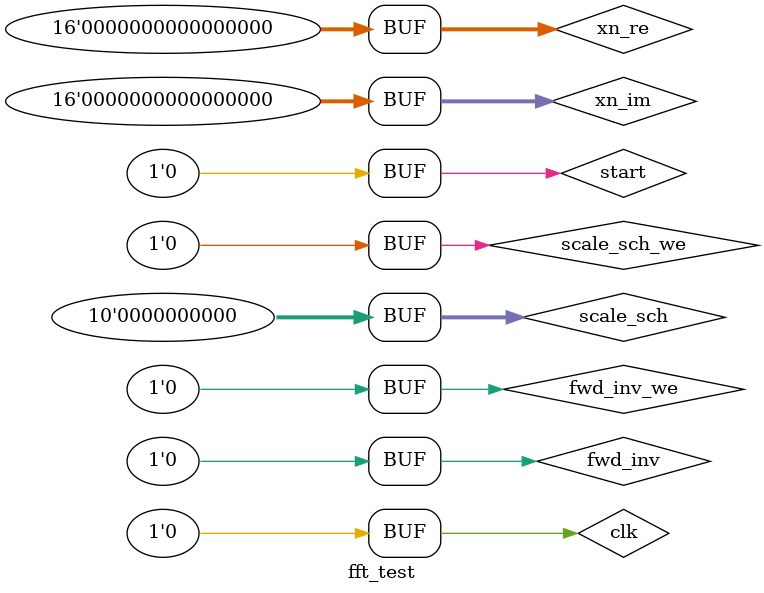
<source format=v>
`timescale 1ns / 1ps


module fft_test;

	// Inputs
	reg clk;
	reg start;
	reg fwd_inv;
	reg fwd_inv_we;
	reg scale_sch_we;
	reg [15:0] xn_re;
	reg [15:0] xn_im;
	reg [9:0] scale_sch;

	// Outputs
	wire rfd;
	wire busy;
	wire edone;
	wire done;
	wire dv;
	wire [9:0] xn_index;
	wire [9:0] xk_index;
	wire [15:0] xk_re;
	wire [15:0] xk_im;

	// Instantiate the Unit Under Test (UUT)
   fft_core f1 (
  .clk(clk), // input clk
  .start(start), // input start
  .xn_re(xn_re), // input [15 : 0] xn_re
  .xn_im(xn_im), // input [15 : 0] xn_im
  .fwd_inv(fwd_inv), // input fwd_inv
  .fwd_inv_we(fwd_inv_we), // input fwd_inv_we
  .scale_sch(scale_sch), // input [9 : 0] scale_sch
  .scale_sch_we(scale_sch_we), // input scale_sch_we
  .rfd(rfd), // output rfd
  .xn_index(xn_index), // output [9 : 0] xn_index
  .busy(busy), // output busy
  .edone(edone), // output edone
  .done(done), // output done
  .dv(dv), // output dv
  .xk_index(xk_index), // output [9 : 0] xk_index
  .xk_re(xk_re), // output [15 : 0] xk_re
  .xk_im(xk_im) // output [15 : 0] xk_im
);


	initial begin
		// Initialize Inputs
		clk = 0;
		start = 0;
		fwd_inv = 0;
		fwd_inv_we = 0;
		scale_sch_we = 0;
		xn_re = 0;
		xn_im = 0;
		scale_sch = 0;

		// Wait 100 ns for global reset to finish
		#100;
        
		// Add stimulus here

	end
      
endmodule


</source>
